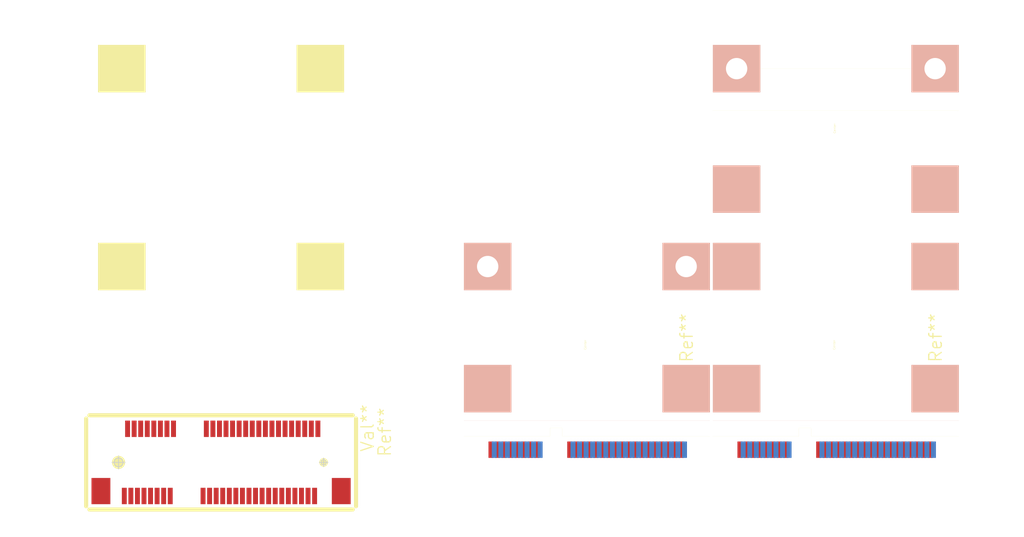
<source format=kicad_pcb>
(kicad_pcb (version 4) (host pcbnew 4.0.7)

  (general
    (links 0)
    (no_connects 0)
    (area 71.250001 93.524999 198.742859 159.950001)
    (thickness 1.6)
    (drawings 25)
    (tracks 0)
    (zones 0)
    (modules 3)
    (nets 1)
  )

  (page A4)
  (layers
    (0 F.Cu signal)
    (31 B.Cu signal)
    (32 B.Adhes user)
    (33 F.Adhes user)
    (34 B.Paste user)
    (35 F.Paste user)
    (36 B.SilkS user)
    (37 F.SilkS user)
    (38 B.Mask user)
    (39 F.Mask user)
    (40 Dwgs.User user)
    (41 Cmts.User user)
    (42 Eco1.User user)
    (43 Eco2.User user)
    (44 Edge.Cuts user)
    (45 Margin user)
    (46 B.CrtYd user)
    (47 F.CrtYd user)
    (48 B.Fab user)
    (49 F.Fab user)
  )

  (setup
    (last_trace_width 0.01)
    (trace_clearance 0.1)
    (zone_clearance 0.5)
    (zone_45_only no)
    (trace_min 0.01)
    (segment_width 0.05)
    (edge_width 0.1)
    (via_size 0.8)
    (via_drill 0.6)
    (via_min_size 0.8)
    (via_min_drill 0.6)
    (uvia_size 0.5)
    (uvia_drill 0.125)
    (uvias_allowed no)
    (uvia_min_size 0.5)
    (uvia_min_drill 0.125)
    (pcb_text_width 0.3)
    (pcb_text_size 1.5 1.5)
    (mod_edge_width 0.05)
    (mod_text_size 1 1)
    (mod_text_width 0.15)
    (pad_size 5.8 5.8)
    (pad_drill 0)
    (pad_to_mask_clearance 0)
    (aux_axis_origin 86.2 149.95)
    (grid_origin 86.2 149.95)
    (visible_elements 7FFFFFFF)
    (pcbplotparams
      (layerselection 0x00030_80000001)
      (usegerberextensions false)
      (excludeedgelayer true)
      (linewidth 0.100000)
      (plotframeref false)
      (viasonmask false)
      (mode 1)
      (useauxorigin false)
      (hpglpennumber 1)
      (hpglpenspeed 20)
      (hpglpendiameter 15)
      (hpglpenoverlay 2)
      (psnegative false)
      (psa4output false)
      (plotreference true)
      (plotvalue true)
      (plotinvisibletext false)
      (padsonsilk false)
      (subtractmaskfromsilk false)
      (outputformat 1)
      (mirror false)
      (drillshape 1)
      (scaleselection 1)
      (outputdirectory ""))
  )

  (net 0 "")

  (net_class Default "This is the default net class."
    (clearance 0.1)
    (trace_width 0.01)
    (via_dia 0.8)
    (via_drill 0.6)
    (uvia_dia 0.5)
    (uvia_drill 0.125)
  )

  (module mpcie:mpcie-half-card (layer F.Cu) (tedit 5B1FD1AA) (tstamp 541E5AB9)
    (at 158.3 123.15)
    (fp_text reference Ref** (at -2.85 11.6 90) (layer F.SilkS)
      (effects (font (thickness 0.15)))
    )
    (fp_text value Val** (at -0.9 11.55 90) (layer F.SilkS) hide
      (effects (font (thickness 0.15)))
    )
    (fp_line (start -30 21.7) (end 0 21.7) (layer B.SilkS) (width 0.01))
    (fp_line (start -18 22.65) (end -18 23.6) (layer F.SilkS) (width 0.01))
    (fp_line (start -18 23.6) (end 0 23.6) (layer F.SilkS) (width 0.01))
    (fp_line (start -19.5 23.6) (end -19.5 22.6) (layer F.SilkS) (width 0.01))
    (fp_line (start -19.5 22.6) (end -18 22.6) (layer F.SilkS) (width 0.01))
    (fp_line (start 0 23.6) (end -1.35 23.6) (layer Eco2.User) (width 0.01))
    (fp_arc (start -1.35 24.4) (end -2.15 24.4) (angle 90) (layer B.CrtYd) (width 0.01))
    (fp_line (start -28.65 23.6) (end -30 23.6) (layer B.CrtYd) (width 0.01))
    (fp_arc (start -28.65 24.4) (end -28.65 23.6) (angle 90) (layer B.CrtYd) (width 0.01))
    (fp_line (start -27.85 26.8) (end -27.85 24.4) (layer B.CrtYd) (width 0.01))
    (fp_line (start -2.15 26.8) (end -2.15 24.4) (layer B.CrtYd) (width 0.01))
    (fp_line (start -30 23.6) (end -19.5 23.6) (layer F.SilkS) (width 0.01))
    (fp_text user Center (at -15.2 12.45 90) (layer F.SilkS)
      (effects (font (size 0.25 0.25) (thickness 0.025)))
    )
    (fp_line (start -18 26.8) (end -2.15 26.8) (layer B.CrtYd) (width 0.01))
    (fp_line (start -30 0) (end -30 23.6) (layer B.CrtYd) (width 0.01))
    (fp_line (start 0 0) (end -30 0) (layer B.CrtYd) (width 0.01))
    (fp_line (start 0 23.6) (end 0 0) (layer B.CrtYd) (width 0.01))
    (fp_line (start -15 26.8) (end -15 0) (layer Eco1.User) (width 0.01))
    (fp_line (start -18.75 22.3) (end -18.75 26.65) (layer Eco1.User) (width 0.01))
    (fp_arc (start -18.75 23.55) (end -19.5 23.55) (angle 180) (layer F.Fab) (width 0.01))
    (fp_line (start -19.5 26.8) (end -19.5 23.55) (layer B.CrtYd) (width 0.01))
    (fp_line (start -18 26.8) (end -18 23.55) (layer B.CrtYd) (width 0.01))
    (fp_line (start -19.5 26.8) (end -27.85 26.8) (layer B.CrtYd) (width 0.01))
    (pad 1 smd rect (at -26.7 25.25) (size 0.6 2) (layers F.Cu F.Mask))
    (pad 2 smd rect (at -26.3 25.25) (size 0.6 2) (layers B.Cu B.Mask))
    (pad 3 smd rect (at -25.9 25.25) (size 0.6 2) (layers F.Cu F.Mask))
    (pad 4 smd rect (at -25.5 25.25) (size 0.6 2) (layers B.Cu B.Mask))
    (pad 5 smd rect (at -25.1 25.25) (size 0.6 2) (layers F.Cu F.Mask))
    (pad 6 smd rect (at -24.7 25.25) (size 0.6 2) (layers B.Cu B.Mask))
    (pad 7 smd rect (at -24.3 25.25) (size 0.6 2) (layers F.Cu F.Mask))
    (pad 8 smd rect (at -23.9 25.25) (size 0.6 2) (layers B.Cu B.Mask))
    (pad 9 smd rect (at -23.5 25.25) (size 0.6 2) (layers F.Cu F.Mask))
    (pad 10 smd rect (at -23.1 25.25) (size 0.6 2) (layers B.Cu B.Mask))
    (pad 11 smd rect (at -22.7 25.25) (size 0.6 2) (layers F.Cu F.Mask))
    (pad 12 smd rect (at -22.3 25.25) (size 0.6 2) (layers B.Cu B.Mask))
    (pad 13 smd rect (at -21.9 25.25) (size 0.6 2) (layers F.Cu F.Mask))
    (pad 14 smd rect (at -21.5 25.25) (size 0.6 2) (layers B.Cu B.Mask))
    (pad 15 smd rect (at -21.1 25.25) (size 0.6 2) (layers F.Cu F.Mask))
    (pad 16 smd rect (at -20.7 25.25) (size 0.6 2) (layers B.Cu B.Mask))
    (pad 17 smd rect (at -17.1 25.25) (size 0.6 2) (layers F.Cu F.Mask))
    (pad 18 smd rect (at -16.7 25.25) (size 0.6 2) (layers B.Cu B.Mask))
    (pad 19 smd rect (at -16.3 25.25) (size 0.6 2) (layers F.Cu F.Mask))
    (pad 20 smd rect (at -15.9 25.25) (size 0.6 2) (layers B.Cu B.Mask))
    (pad 21 smd rect (at -15.5 25.25) (size 0.6 2) (layers F.Cu F.Mask))
    (pad 22 smd rect (at -15.1 25.25) (size 0.6 2) (layers B.Cu B.Mask))
    (pad 23 smd rect (at -14.7 25.25) (size 0.6 2) (layers F.Cu F.Mask))
    (pad 24 smd rect (at -14.3 25.25) (size 0.6 2) (layers B.Cu B.Mask))
    (pad 25 smd rect (at -13.9 25.25) (size 0.6 2) (layers F.Cu F.Mask))
    (pad 26 smd rect (at -13.5 25.25) (size 0.6 2) (layers B.Cu B.Mask))
    (pad 27 smd rect (at -13.1 25.25) (size 0.6 2) (layers F.Cu F.Mask))
    (pad 28 smd rect (at -12.7 25.25) (size 0.6 2) (layers B.Cu B.Mask))
    (pad 29 smd rect (at -12.3 25.25) (size 0.6 2) (layers F.Cu F.Mask))
    (pad 30 smd rect (at -11.9 25.25) (size 0.6 2) (layers B.Cu B.Mask))
    (pad 31 smd rect (at -11.5 25.25) (size 0.6 2) (layers F.Cu F.Mask))
    (pad 32 smd rect (at -11.1 25.25) (size 0.6 2) (layers B.Cu B.Mask))
    (pad 33 smd rect (at -10.7 25.25) (size 0.6 2) (layers F.Cu F.Mask))
    (pad 34 smd rect (at -10.3 25.25) (size 0.6 2) (layers B.Cu B.Mask))
    (pad 35 smd rect (at -9.9 25.25) (size 0.6 2) (layers F.Cu F.Mask))
    (pad 36 smd rect (at -9.5 25.25) (size 0.6 2) (layers B.Cu B.Mask))
    (pad 37 smd rect (at -9.1 25.25) (size 0.6 2) (layers F.Cu F.Mask))
    (pad 38 smd rect (at -8.7 25.25) (size 0.6 2) (layers B.Cu B.Mask))
    (pad 39 smd rect (at -8.3 25.25) (size 0.6 2) (layers F.Cu F.Mask))
    (pad 40 smd rect (at -7.9 25.25) (size 0.6 2) (layers B.Cu B.Mask))
    (pad 41 smd rect (at -7.5 25.25) (size 0.6 2) (layers F.Cu F.Mask))
    (pad 42 smd rect (at -7.1 25.25) (size 0.6 2) (layers B.Cu B.Mask))
    (pad 43 smd rect (at -6.7 25.25) (size 0.6 2) (layers F.Cu F.Mask))
    (pad 44 smd rect (at -6.3 25.25) (size 0.6 2) (layers B.Cu B.Mask))
    (pad 45 smd rect (at -5.9 25.25) (size 0.6 2) (layers F.Cu F.Mask))
    (pad 46 smd rect (at -5.5 25.25) (size 0.6 2) (layers B.Cu B.Mask))
    (pad 47 smd rect (at -5.1 25.25) (size 0.6 2) (layers F.Cu F.Mask))
    (pad 48 smd rect (at -4.7 25.25) (size 0.6 2) (layers B.Cu B.Mask))
    (pad 49 smd rect (at -4.3 25.25) (size 0.6 2) (layers F.Cu F.Mask))
    (pad 50 smd rect (at -3.9 25.25) (size 0.6 2) (layers B.Cu B.Mask))
    (pad 51 smd rect (at -3.5 25.25) (size 0.6 2) (layers F.Cu F.Mask))
    (pad 52 smd rect (at -3.1 25.25) (size 0.6 2) (layers B.Cu B.Mask))
    (pad "" connect rect (at -2.9 2.9) (size 5.8 5.8) (layers B.SilkS))
    (pad "" np_thru_hole circle (at -27.1 2.9) (size 2.6 2.6) (drill 2.6) (layers *.Cu *.Mask F.SilkS))
    (pad "" connect rect (at -2.9 17.8) (size 5.8 5.8) (layers B.SilkS))
    (pad "" connect rect (at -27.1 17.8) (size 5.8 5.8) (layers B.SilkS))
    (pad "" connect rect (at -27.1 2.9) (size 5.8 5.8) (layers B.SilkS))
    (pad "" np_thru_hole circle (at -2.9 2.9) (size 2.6 2.6) (drill 2.6) (layers *.Cu *.Mask F.SilkS))
  )

  (module mpcie:mpcie-full-card (layer F.Cu) (tedit 5B1FD074) (tstamp 541E6F42)
    (at 173.65 149.95)
    (fp_text reference Ref** (at 12.15 -15.2 90) (layer F.SilkS)
      (effects (font (thickness 0.15)))
    )
    (fp_text value Val** (at 14.1 -15.25 90) (layer F.SilkS) hide
      (effects (font (thickness 0.15)))
    )
    (fp_line (start 15 -48.05) (end -15 -48.05) (layer F.SilkS) (width 0.01))
    (fp_text user "IO Connector Region" (at 0.55 -45.65) (layer F.SilkS) hide
      (effects (font (size 1 1) (thickness 0.15)))
    )
    (fp_line (start 15 -42.95) (end -15 -42.95) (layer F.SilkS) (width 0.01))
    (fp_text user Center (at -0.15 -40.75 90) (layer F.SilkS)
      (effects (font (size 0.25 0.25) (thickness 0.025)))
    )
    (fp_line (start -15 -5.1) (end 15 -5.1) (layer B.SilkS) (width 0.01))
    (fp_line (start -3 -4.15) (end -3 -3.2) (layer F.SilkS) (width 0.01))
    (fp_line (start -3 -3.2) (end 15 -3.2) (layer F.SilkS) (width 0.01))
    (fp_line (start -4.5 -3.2) (end -4.5 -4.2) (layer F.SilkS) (width 0.01))
    (fp_line (start -4.5 -4.2) (end -3 -4.2) (layer F.SilkS) (width 0.01))
    (fp_line (start 15 -3.2) (end 13.65 -3.2) (layer Eco2.User) (width 0.01))
    (fp_arc (start 13.65 -2.4) (end 12.85 -2.4) (angle 90) (layer B.CrtYd) (width 0.01))
    (fp_line (start -13.65 -3.2) (end -15 -3.2) (layer B.CrtYd) (width 0.01))
    (fp_arc (start -13.65 -2.4) (end -13.65 -3.2) (angle 90) (layer B.CrtYd) (width 0.01))
    (fp_line (start -12.85 0) (end -12.85 -2.4) (layer B.CrtYd) (width 0.01))
    (fp_line (start 12.85 0) (end 12.85 -2.4) (layer B.CrtYd) (width 0.01))
    (fp_line (start -15 -3.2) (end -4.5 -3.2) (layer F.SilkS) (width 0.01))
    (fp_text user Center (at -0.2 -14.35 90) (layer F.SilkS)
      (effects (font (size 0.25 0.25) (thickness 0.025)))
    )
    (fp_line (start -3 0) (end 12.85 0) (layer B.CrtYd) (width 0.01))
    (fp_line (start -15 -50.95) (end -15 -3.2) (layer B.CrtYd) (width 0.01))
    (fp_line (start 15 -50.95) (end -15 -50.95) (layer B.CrtYd) (width 0.01))
    (fp_line (start 15 -3.2) (end 15 -50.95) (layer B.CrtYd) (width 0.01))
    (fp_line (start 0 0) (end 0 -50.95) (layer Eco1.User) (width 0.01))
    (fp_line (start -3.75 -4.5) (end -3.75 -0.15) (layer Eco1.User) (width 0.01))
    (fp_arc (start -3.75 -3.25) (end -4.5 -3.25) (angle 180) (layer F.Fab) (width 0.01))
    (fp_line (start -4.5 0) (end -4.5 -3.25) (layer B.CrtYd) (width 0.01))
    (fp_line (start -3 0) (end -3 -3.25) (layer B.CrtYd) (width 0.01))
    (fp_line (start -4.5 0) (end -12.85 0) (layer B.CrtYd) (width 0.01))
    (pad 1 smd rect (at -11.7 -1.55) (size 0.6 2) (layers F.Cu F.Mask))
    (pad 2 smd rect (at -11.3 -1.55) (size 0.6 2) (layers B.Cu B.Mask))
    (pad 3 smd rect (at -10.9 -1.55) (size 0.6 2) (layers F.Cu F.Mask))
    (pad 4 smd rect (at -10.5 -1.55) (size 0.6 2) (layers B.Cu B.Mask))
    (pad 5 smd rect (at -10.1 -1.55) (size 0.6 2) (layers F.Cu F.Mask))
    (pad 6 smd rect (at -9.7 -1.55) (size 0.6 2) (layers B.Cu B.Mask))
    (pad 7 smd rect (at -9.3 -1.55) (size 0.6 2) (layers F.Cu F.Mask))
    (pad 8 smd rect (at -8.9 -1.55) (size 0.6 2) (layers B.Cu B.Mask))
    (pad 9 smd rect (at -8.5 -1.55) (size 0.6 2) (layers F.Cu F.Mask))
    (pad 10 smd rect (at -8.1 -1.55) (size 0.6 2) (layers B.Cu B.Mask))
    (pad 11 smd rect (at -7.7 -1.55) (size 0.6 2) (layers F.Cu F.Mask))
    (pad 12 smd rect (at -7.3 -1.55) (size 0.6 2) (layers B.Cu B.Mask))
    (pad 13 smd rect (at -6.9 -1.55) (size 0.6 2) (layers F.Cu F.Mask))
    (pad 14 smd rect (at -6.5 -1.55) (size 0.6 2) (layers B.Cu B.Mask))
    (pad 15 smd rect (at -6.1 -1.55) (size 0.6 2) (layers F.Cu F.Mask))
    (pad 16 smd rect (at -5.7 -1.55) (size 0.6 2) (layers B.Cu B.Mask))
    (pad 17 smd rect (at -2.1 -1.55) (size 0.6 2) (layers F.Cu F.Mask))
    (pad 18 smd rect (at -1.7 -1.55) (size 0.6 2) (layers B.Cu B.Mask))
    (pad 19 smd rect (at -1.3 -1.55) (size 0.6 2) (layers F.Cu F.Mask))
    (pad 20 smd rect (at -0.9 -1.55) (size 0.6 2) (layers B.Cu B.Mask))
    (pad 21 smd rect (at -0.5 -1.55) (size 0.6 2) (layers F.Cu F.Mask))
    (pad 22 smd rect (at -0.1 -1.55) (size 0.6 2) (layers B.Cu B.Mask))
    (pad 23 smd rect (at 0.3 -1.55) (size 0.6 2) (layers F.Cu F.Mask))
    (pad 24 smd rect (at 0.7 -1.55) (size 0.6 2) (layers B.Cu B.Mask))
    (pad 25 smd rect (at 1.1 -1.55) (size 0.6 2) (layers F.Cu F.Mask))
    (pad 26 smd rect (at 1.5 -1.55) (size 0.6 2) (layers B.Cu B.Mask))
    (pad 27 smd rect (at 1.9 -1.55) (size 0.6 2) (layers F.Cu F.Mask))
    (pad 28 smd rect (at 2.3 -1.55) (size 0.6 2) (layers B.Cu B.Mask))
    (pad 29 smd rect (at 2.7 -1.55) (size 0.6 2) (layers F.Cu F.Mask))
    (pad 30 smd rect (at 3.1 -1.55) (size 0.6 2) (layers B.Cu B.Mask))
    (pad 31 smd rect (at 3.5 -1.55) (size 0.6 2) (layers F.Cu F.Mask))
    (pad 32 smd rect (at 3.9 -1.55) (size 0.6 2) (layers B.Cu B.Mask))
    (pad 33 smd rect (at 4.3 -1.55) (size 0.6 2) (layers F.Cu F.Mask))
    (pad 34 smd rect (at 4.7 -1.55) (size 0.6 2) (layers B.Cu B.Mask))
    (pad 35 smd rect (at 5.1 -1.55) (size 0.6 2) (layers F.Cu F.Mask))
    (pad 36 smd rect (at 5.5 -1.55) (size 0.6 2) (layers B.Cu B.Mask))
    (pad 37 smd rect (at 5.9 -1.55) (size 0.6 2) (layers F.Cu F.Mask))
    (pad 38 smd rect (at 6.3 -1.55) (size 0.6 2) (layers B.Cu B.Mask))
    (pad 39 smd rect (at 6.7 -1.55) (size 0.6 2) (layers F.Cu F.Mask))
    (pad 40 smd rect (at 7.1 -1.55) (size 0.6 2) (layers B.Cu B.Mask))
    (pad 41 smd rect (at 7.5 -1.55) (size 0.6 2) (layers F.Cu F.Mask))
    (pad 42 smd rect (at 7.9 -1.55) (size 0.6 2) (layers B.Cu B.Mask))
    (pad 43 smd rect (at 8.3 -1.55) (size 0.6 2) (layers F.Cu F.Mask))
    (pad 44 smd rect (at 8.7 -1.55) (size 0.6 2) (layers B.Cu B.Mask))
    (pad 45 smd rect (at 9.1 -1.55) (size 0.6 2) (layers F.Cu F.Mask))
    (pad 46 smd rect (at 9.5 -1.55) (size 0.6 2) (layers B.Cu B.Mask))
    (pad 47 smd rect (at 9.9 -1.55) (size 0.6 2) (layers F.Cu F.Mask))
    (pad 48 smd rect (at 10.3 -1.55) (size 0.6 2) (layers B.Cu B.Mask))
    (pad 49 smd rect (at 10.7 -1.55) (size 0.6 2) (layers F.Cu F.Mask))
    (pad 50 smd rect (at 11.1 -1.55) (size 0.6 2) (layers B.Cu B.Mask))
    (pad 51 smd rect (at 11.5 -1.55) (size 0.6 2) (layers F.Cu F.Mask))
    (pad 52 smd rect (at 11.9 -1.55) (size 0.6 2) (layers B.Cu B.Mask))
    (pad "" connect rect (at 12.1 -23.9) (size 5.8 5.8) (layers B.SilkS))
    (pad "" np_thru_hole circle (at -12.1 -48.05) (size 2.6 2.6) (drill 2.6) (layers *.Cu *.Mask F.SilkS))
    (pad "" connect rect (at 12.1 -9) (size 5.8 5.8) (layers B.SilkS))
    (pad "" connect rect (at -12.1 -9) (size 5.8 5.8) (layers B.SilkS))
    (pad "" connect rect (at -12.1 -23.9) (size 5.8 5.8) (layers B.SilkS))
    (pad "" np_thru_hole circle (at 12.1 -48.05) (size 2.6 2.6) (drill 2.6) (layers *.Cu *.Mask F.SilkS))
    (pad "" connect rect (at -12.1 -48.05) (size 5.8 5.8) (layers B.SilkS))
    (pad "" connect rect (at 12.1 -48.05) (size 5.8 5.8) (layers B.SilkS))
    (pad "" connect rect (at -12.1 -33.35) (size 5.8 5.8) (layers B.SilkS))
    (pad "" connect rect (at 12.1 -33.35) (size 5.8 5.8) (layers B.SilkS))
  )

  (module mpcie:mpcie-socket (layer F.Cu) (tedit 541E66D0) (tstamp 541E749C)
    (at 86.2 149.95)
    (tags "mpci, pci, pci express")
    (fp_text reference Ref** (at 32.45 -3.7 90) (layer F.SilkS)
      (effects (font (thickness 0.15)))
    )
    (fp_text value Val** (at 30.35 -4.2 90) (layer F.SilkS)
      (effects (font (thickness 0.15)))
    )
    (fp_line (start -2.5 -50.95) (end 3.3 -50.95) (layer Dwgs.User) (width 0.05))
    (fp_line (start 3.3 -50.95) (end 3.3 -45.15) (layer Dwgs.User) (width 0.05))
    (fp_line (start -2.5 -45.15) (end 3.3 -45.15) (layer Dwgs.User) (width 0.05))
    (fp_line (start -2.5 -50.95) (end -2.5 -45.15) (layer Dwgs.User) (width 0.05))
    (fp_line (start 21.7 -50.95) (end 21.7 -45.15) (layer Dwgs.User) (width 0.05))
    (fp_line (start 21.7 -45.15) (end 27.5 -45.15) (layer Dwgs.User) (width 0.05))
    (fp_line (start 27.5 -50.95) (end 27.5 -45.15) (layer Dwgs.User) (width 0.05))
    (fp_line (start 21.7 -50.95) (end 27.5 -50.95) (layer Dwgs.User) (width 0.05))
    (fp_line (start 3.3 -22.7) (end 3.3 -26.8) (layer Dwgs.User) (width 0.05))
    (fp_line (start -2.5 -21) (end 1.6 -21) (layer Dwgs.User) (width 0.05))
    (fp_line (start -2.5 -26.8) (end -2.5 -21) (layer Dwgs.User) (width 0.05))
    (fp_line (start 3.3 -26.8) (end -2.5 -26.8) (layer Dwgs.User) (width 0.05))
    (fp_line (start 3.3 -22.7) (end 1.6 -21) (layer Dwgs.User) (width 0.05))
    (fp_line (start 21.7 -22.7) (end 23.4 -21) (layer Dwgs.User) (width 0.05))
    (fp_line (start -3.55 5.75) (end 28.55 5.75) (layer F.SilkS) (width 0.5))
    (fp_line (start 28.95 5.35) (end 28.95 -5.35) (layer F.SilkS) (width 0.5))
    (fp_line (start 28.55 -5.75) (end -3.55 -5.75) (layer F.SilkS) (width 0.5))
    (fp_line (start -3.95 -5.35) (end -3.95 5.35) (layer F.SilkS) (width 0.5))
    (fp_line (start 8.65 4.1) (end 8.65 -4.1) (layer Dwgs.User) (width 0.01))
    (fp_line (start 21.7 -26.8) (end 27.5 -26.8) (layer Dwgs.User) (width 0.05))
    (fp_line (start 27.5 -26.8) (end 27.5 -21) (layer Dwgs.User) (width 0.05))
    (fp_line (start 27.5 -21) (end 23.4 -21) (layer Dwgs.User) (width 0.05))
    (fp_line (start 21.7 -22.7) (end 21.7 -26.8) (layer Dwgs.User) (width 0.05))
    (fp_line (start 0 -50.95) (end 0 5.1) (layer Dwgs.User) (width 0.01))
    (fp_line (start -3.3 0) (end 28.225 0) (layer Dwgs.User) (width 0.01))
    (pad "" connect circle (at 25 0) (size 1.05 1.05) (layers F.SilkS Dwgs.User))
    (pad "" connect circle (at 0 0) (size 1.6 1.6) (layers F.SilkS Dwgs.User))
    (pad "" smd rect (at -2.15 3.5) (size 2.3 3.2) (layers F.Cu F.Paste F.Mask))
    (pad "" smd rect (at 27.15 3.5) (size 2.3 3.2) (layers F.Cu F.Paste F.Mask))
    (pad "" connect rect (at 0.4 -23.9) (size 5.8 5.8) (layers F.SilkS))
    (pad "" connect rect (at 0.4 -48.05) (size 5.8 5.8) (layers F.SilkS))
    (pad "" connect rect (at 24.6 -48.05) (size 5.8 5.8) (layers F.SilkS))
    (pad "" connect rect (at 24.6 -23.9) (size 5.8 5.8) (layers F.SilkS))
    (pad 1 smd rect (at 0.7 4.1) (size 0.6 2) (layers F.Cu F.Paste F.Mask))
    (pad 2 smd rect (at 1.1 -4.1) (size 0.6 2) (layers F.Cu F.Paste F.Mask))
    (pad 3 smd rect (at 1.5 4.1) (size 0.6 2) (layers F.Cu F.Paste F.Mask))
    (pad 4 smd rect (at 1.9 -4.1) (size 0.6 2) (layers F.Cu F.Paste F.Mask))
    (pad 5 smd rect (at 2.3 4.1) (size 0.6 2) (layers F.Cu F.Paste F.Mask))
    (pad 6 smd rect (at 2.7 -4.1) (size 0.6 2) (layers F.Cu F.Paste F.Mask))
    (pad 7 smd rect (at 3.1 4.1) (size 0.6 2) (layers F.Cu F.Paste F.Mask))
    (pad 8 smd rect (at 3.5 -4.1) (size 0.6 2) (layers F.Cu F.Paste F.Mask))
    (pad 9 smd rect (at 3.9 4.1) (size 0.6 2) (layers F.Cu F.Paste F.Mask))
    (pad 10 smd rect (at 4.3 -4.1) (size 0.6 2) (layers F.Cu F.Paste F.Mask))
    (pad 11 smd rect (at 4.7 4.1) (size 0.6 2) (layers F.Cu F.Paste F.Mask))
    (pad 12 smd rect (at 5.1 -4.1) (size 0.6 2) (layers F.Cu F.Paste F.Mask))
    (pad 13 smd rect (at 5.5 4.1) (size 0.6 2) (layers F.Cu F.Paste F.Mask))
    (pad 14 smd rect (at 5.9 -4.1) (size 0.6 2) (layers F.Cu F.Paste F.Mask))
    (pad 15 smd rect (at 6.3 4.1) (size 0.6 2) (layers F.Cu F.Paste F.Mask))
    (pad 16 smd rect (at 6.7 -4.1) (size 0.6 2) (layers F.Cu F.Paste F.Mask))
    (pad 17 smd rect (at 10.3 4.1) (size 0.6 2) (layers F.Cu F.Paste F.Mask))
    (pad 18 smd rect (at 10.7 -4.1) (size 0.6 2) (layers F.Cu F.Paste F.Mask))
    (pad 19 smd rect (at 11.1 4.1) (size 0.6 2) (layers F.Cu F.Paste F.Mask))
    (pad 20 smd rect (at 11.5 -4.1) (size 0.6 2) (layers F.Cu F.Paste F.Mask))
    (pad 21 smd rect (at 11.9 4.1) (size 0.6 2) (layers F.Cu F.Paste F.Mask))
    (pad 22 smd rect (at 12.3 -4.1) (size 0.6 2) (layers F.Cu F.Paste F.Mask))
    (pad 23 smd rect (at 12.7 4.1) (size 0.6 2) (layers F.Cu F.Paste F.Mask))
    (pad 24 smd rect (at 13.1 -4.1) (size 0.6 2) (layers F.Cu F.Paste F.Mask))
    (pad 25 smd rect (at 13.5 4.1) (size 0.6 2) (layers F.Cu F.Paste F.Mask))
    (pad 26 smd rect (at 13.9 -4.1) (size 0.6 2) (layers F.Cu F.Paste F.Mask))
    (pad 27 smd rect (at 14.3 4.1) (size 0.6 2) (layers F.Cu F.Paste F.Mask))
    (pad 28 smd rect (at 14.7 -4.1) (size 0.6 2) (layers F.Cu F.Paste F.Mask))
    (pad 29 smd rect (at 15.1 4.1) (size 0.6 2) (layers F.Cu F.Paste F.Mask))
    (pad 30 smd rect (at 15.5 -4.1) (size 0.6 2) (layers F.Cu F.Paste F.Mask))
    (pad 31 smd rect (at 15.9 4.1) (size 0.6 2) (layers F.Cu F.Paste F.Mask))
    (pad 32 smd rect (at 16.3 -4.1) (size 0.6 2) (layers F.Cu F.Paste F.Mask))
    (pad 33 smd rect (at 16.7 4.1) (size 0.6 2) (layers F.Cu F.Paste F.Mask))
    (pad 34 smd rect (at 17.1 -4.1) (size 0.6 2) (layers F.Cu F.Paste F.Mask))
    (pad 35 smd rect (at 17.5 4.1) (size 0.6 2) (layers F.Cu F.Paste F.Mask))
    (pad 36 smd rect (at 17.9 -4.1) (size 0.6 2) (layers F.Cu F.Paste F.Mask))
    (pad 37 smd rect (at 18.3 4.1) (size 0.6 2) (layers F.Cu F.Paste F.Mask))
    (pad 38 smd rect (at 18.7 -4.1) (size 0.6 2) (layers F.Cu F.Paste F.Mask))
    (pad 39 smd rect (at 19.1 4.1) (size 0.6 2) (layers F.Cu F.Paste F.Mask))
    (pad 40 smd rect (at 19.5 -4.1) (size 0.6 2) (layers F.Cu F.Paste F.Mask))
    (pad 41 smd rect (at 19.9 4.1) (size 0.6 2) (layers F.Cu F.Paste F.Mask))
    (pad 42 smd rect (at 20.3 -4.1) (size 0.6 2) (layers F.Cu F.Paste F.Mask))
    (pad 43 smd rect (at 20.7 4.1) (size 0.6 2) (layers F.Cu F.Paste F.Mask))
    (pad 44 smd rect (at 21.1 -4.1) (size 0.6 2) (layers F.Cu F.Paste F.Mask))
    (pad 45 smd rect (at 21.5 4.1) (size 0.6 2) (layers F.Cu F.Paste F.Mask))
    (pad 46 smd rect (at 21.9 -4.1) (size 0.6 2) (layers F.Cu F.Paste F.Mask))
    (pad 47 smd rect (at 22.3 4.1) (size 0.6 2) (layers F.Cu F.Paste F.Mask))
    (pad 48 smd rect (at 22.7 -4.1) (size 0.6 2) (layers F.Cu F.Paste F.Mask))
    (pad 49 smd rect (at 23.1 4.1) (size 0.6 2) (layers F.Cu F.Paste F.Mask))
    (pad 50 smd rect (at 23.5 -4.1) (size 0.6 2) (layers F.Cu F.Paste F.Mask))
    (pad 51 smd rect (at 23.9 4.1) (size 0.6 2) (layers F.Cu F.Paste F.Mask))
    (pad 52 smd rect (at 24.3 -4.1) (size 0.6 2) (layers F.Cu F.Paste F.Mask))
  )

  (dimension 0.55 (width 0) (layer Dwgs.User)
    (gr_text "0.550 mm" (at 131.5 150.4 270) (layer Dwgs.User)
      (effects (font (size 0.25 0.25)))
    )
    (feature1 (pts (xy 132.7 149.95) (xy 129.500001 149.95)))
    (feature2 (pts (xy 132.7 149.4) (xy 129.500001 149.4)))
    (crossbar (pts (xy 132.200001 149.4) (xy 132.200001 149.95)))
    (arrow1a (pts (xy 132.200001 149.95) (xy 131.61358 148.823496)))
    (arrow1b (pts (xy 132.200001 149.95) (xy 132.786422 148.823496)))
    (arrow2a (pts (xy 132.200001 149.4) (xy 131.61358 150.526504)))
    (arrow2b (pts (xy 132.200001 149.4) (xy 132.786422 150.526504)))
  )
  (dimension 0.6 (width 0) (layer Dwgs.User)
    (gr_text "0.600 mm" (at 107.15 142) (layer Dwgs.User)
      (effects (font (size 0.25 0.25)))
    )
    (feature1 (pts (xy 106 145.45) (xy 106 140.25)))
    (feature2 (pts (xy 105.4 145.45) (xy 105.4 140.25)))
    (crossbar (pts (xy 105.4 142.95) (xy 106 142.95)))
    (arrow1a (pts (xy 106 142.95) (xy 104.873496 143.536421)))
    (arrow1b (pts (xy 106 142.95) (xy 104.873496 142.363579)))
    (arrow2a (pts (xy 105.4 142.95) (xy 106.526504 143.536421)))
    (arrow2b (pts (xy 105.4 142.95) (xy 106.526504 142.363579)))
  )
  (dimension 0.2 (width 0) (layer Dwgs.User)
    (gr_text "0.200 mm" (at 98.45 142.9) (layer Dwgs.User)
      (effects (font (size 0.25 0.25)))
    )
    (feature1 (pts (xy 97.4 145.75) (xy 97.4 140.15)))
    (feature2 (pts (xy 97.2 145.75) (xy 97.2 140.15)))
    (crossbar (pts (xy 97.2 142.85) (xy 97.4 142.85)))
    (arrow1a (pts (xy 97.4 142.85) (xy 96.273496 143.436421)))
    (arrow1b (pts (xy 97.4 142.85) (xy 96.273496 142.263579)))
    (arrow2a (pts (xy 97.2 142.85) (xy 98.326504 143.436421)))
    (arrow2b (pts (xy 97.2 142.85) (xy 98.326504 142.263579)))
  )
  (dimension 5.1 (width 0) (layer Dwgs.User)
    (gr_text "5.100 mm" (at 195.85 146.55 90) (layer Dwgs.User)
      (effects (font (size 0.75 0.75)))
    )
    (feature1 (pts (xy 188.65 144.85) (xy 197.3 144.85)))
    (feature2 (pts (xy 188.65 149.95) (xy 197.3 149.95)))
    (crossbar (pts (xy 194.6 149.95) (xy 194.6 144.85)))
    (arrow1a (pts (xy 194.6 144.85) (xy 195.186421 145.976504)))
    (arrow1b (pts (xy 194.6 144.85) (xy 194.013579 145.976504)))
    (arrow2a (pts (xy 194.6 149.95) (xy 195.186421 148.823496)))
    (arrow2b (pts (xy 194.6 149.95) (xy 194.013579 148.823496)))
  )
  (dimension 3.2 (width 0) (layer Dwgs.User)
    (gr_text "3.200 mm" (at 193 146.45 90) (layer Dwgs.User)
      (effects (font (size 0.75 0.75)))
    )
    (feature1 (pts (xy 188.65 146.75) (xy 194.45 146.75)))
    (feature2 (pts (xy 188.65 149.95) (xy 194.45 149.95)))
    (crossbar (pts (xy 191.75 149.95) (xy 191.75 146.75)))
    (arrow1a (pts (xy 191.75 146.75) (xy 192.336421 147.876504)))
    (arrow1b (pts (xy 191.75 146.75) (xy 191.163579 147.876504)))
    (arrow2a (pts (xy 191.75 149.95) (xy 192.336421 148.823496)))
    (arrow2b (pts (xy 191.75 149.95) (xy 191.163579 148.823496)))
  )
  (dimension 50.95 (width 0.3) (layer Dwgs.User)
    (gr_text "50.950 mm" (at 191.4 124.475 90) (layer Dwgs.User)
      (effects (font (size 1.5 1.5) (thickness 0.3)))
    )
    (feature1 (pts (xy 188.65 99) (xy 192.75 99)))
    (feature2 (pts (xy 188.65 149.95) (xy 192.75 149.95)))
    (crossbar (pts (xy 190.05 149.95) (xy 190.05 99)))
    (arrow1a (pts (xy 190.05 99) (xy 190.636421 100.126504)))
    (arrow1b (pts (xy 190.05 99) (xy 189.463579 100.126504)))
    (arrow2a (pts (xy 190.05 149.95) (xy 190.636421 148.823496)))
    (arrow2b (pts (xy 190.05 149.95) (xy 189.463579 148.823496)))
  )
  (dimension 0.4 (width 0) (layer Dwgs.User)
    (gr_text "0.400 mm" (at 87.7 102.85) (layer Dwgs.User)
      (effects (font (size 0.25 0.25)))
    )
    (feature1 (pts (xy 86.6 102.35) (xy 86.6 105.55)))
    (feature2 (pts (xy 86.2 102.35) (xy 86.2 105.55)))
    (crossbar (pts (xy 86.2 102.85) (xy 86.6 102.85)))
    (arrow1a (pts (xy 86.6 102.85) (xy 85.473496 103.436421)))
    (arrow1b (pts (xy 86.6 102.85) (xy 85.473496 102.263579)))
    (arrow2a (pts (xy 86.2 102.85) (xy 87.326504 103.436421)))
    (arrow2b (pts (xy 86.2 102.85) (xy 87.326504 102.263579)))
  )
  (dimension 5.8 (width 0) (layer Dwgs.User)
    (gr_text "5.800 mm" (at 89.7 95.65) (layer Dwgs.User)
      (effects (font (size 1.5 1.5)))
    )
    (feature1 (pts (xy 83.7 99) (xy 83.7 94.85)))
    (feature2 (pts (xy 89.5 99) (xy 89.5 94.85)))
    (crossbar (pts (xy 89.5 97.55) (xy 83.7 97.55)))
    (arrow1a (pts (xy 83.7 97.55) (xy 84.826504 96.963579)))
    (arrow1b (pts (xy 83.7 97.55) (xy 84.826504 98.136421)))
    (arrow2a (pts (xy 89.5 97.55) (xy 88.373496 96.963579)))
    (arrow2b (pts (xy 89.5 97.55) (xy 88.373496 98.136421)))
  )
  (dimension 3.2 (width 0) (layer Dwgs.User)
    (gr_text "3.200 mm" (at 117.55 154.75 270) (layer Dwgs.User)
      (effects (font (size 0.75 0.75)))
    )
    (feature1 (pts (xy 113.35 155.05) (xy 119.1 155.05)))
    (feature2 (pts (xy 113.35 151.85) (xy 119.1 151.85)))
    (crossbar (pts (xy 116.4 151.85) (xy 116.4 155.05)))
    (arrow1a (pts (xy 116.4 155.05) (xy 115.813579 153.923496)))
    (arrow1b (pts (xy 116.4 155.05) (xy 116.986421 153.923496)))
    (arrow2a (pts (xy 116.4 151.85) (xy 115.813579 152.976504)))
    (arrow2b (pts (xy 116.4 151.85) (xy 116.986421 152.976504)))
  )
  (dimension 3.5 (width 0) (layer Dwgs.User)
    (gr_text "3.500 mm" (at 80.45 149.95 90) (layer Dwgs.User)
      (effects (font (size 0.75 0.75)))
    )
    (feature1 (pts (xy 84.05 149.95) (xy 79.05 149.95)))
    (feature2 (pts (xy 84.05 153.45) (xy 79.05 153.45)))
    (crossbar (pts (xy 81.75 153.45) (xy 81.75 149.95)))
    (arrow1a (pts (xy 81.75 149.95) (xy 82.336421 151.076504)))
    (arrow1b (pts (xy 81.75 149.95) (xy 81.163579 151.076504)))
    (arrow2a (pts (xy 81.75 153.45) (xy 82.336421 152.323496)))
    (arrow2b (pts (xy 81.75 153.45) (xy 81.163579 152.323496)))
  )
  (dimension 30 (width 0.3) (layer Dwgs.User)
    (gr_text "30.000 mm" (at 143.3 153.1) (layer Dwgs.User)
      (effects (font (size 1.5 1.5) (thickness 0.3)))
    )
    (feature1 (pts (xy 158.3 146.75) (xy 158.3 154.45)))
    (feature2 (pts (xy 128.3 146.75) (xy 128.3 154.45)))
    (crossbar (pts (xy 128.3 151.75) (xy 158.3 151.75)))
    (arrow1a (pts (xy 158.3 151.75) (xy 157.173496 152.336421)))
    (arrow1b (pts (xy 158.3 151.75) (xy 157.173496 151.163579)))
    (arrow2a (pts (xy 128.3 151.75) (xy 129.426504 152.336421)))
    (arrow2b (pts (xy 128.3 151.75) (xy 129.426504 151.163579)))
  )
  (dimension 2.3 (width 0) (layer Dwgs.User)
    (gr_text "2.300 mm" (at 113.35 158.6) (layer Dwgs.User)
      (effects (font (size 0.5 0.5)))
    )
    (feature1 (pts (xy 112.2 149.95) (xy 112.2 159.95)))
    (feature2 (pts (xy 114.5 149.95) (xy 114.5 159.95)))
    (crossbar (pts (xy 114.5 157.25) (xy 112.2 157.25)))
    (arrow1a (pts (xy 112.2 157.25) (xy 113.326504 156.663579)))
    (arrow1b (pts (xy 112.2 157.25) (xy 113.326504 157.836421)))
    (arrow2a (pts (xy 114.5 157.25) (xy 113.373496 156.663579)))
    (arrow2b (pts (xy 114.5 157.25) (xy 113.373496 157.836421)))
  )
  (dimension 25 (width 0) (layer Dwgs.User)
    (gr_text "25.000 mm" (at 101.4 148.6) (layer Dwgs.User)
      (effects (font (size 1.5 1.5)))
    )
    (feature1 (pts (xy 111.2 149.95) (xy 111.2 144.8)))
    (feature2 (pts (xy 86.2 149.95) (xy 86.2 144.8)))
    (crossbar (pts (xy 86.2 147.5) (xy 111.2 147.5)))
    (arrow1a (pts (xy 111.2 147.5) (xy 110.073496 148.086421)))
    (arrow1b (pts (xy 111.2 147.5) (xy 110.073496 146.913579)))
    (arrow2a (pts (xy 86.2 147.5) (xy 87.326504 148.086421)))
    (arrow2b (pts (xy 86.2 147.5) (xy 87.326504 146.913579)))
  )
  (gr_line (start 78.2 149.95) (end 122.3 149.95) (angle 90) (layer Eco1.User) (width 0.05))
  (dimension 5.1 (width 0) (layer Dwgs.User) (tstamp 541E70E9)
    (gr_text "5.100 mm" (at 95.1 151.9 270) (layer Dwgs.User) (tstamp 541E70EA)
      (effects (font (size 0.5 0.5)))
    )
    (feature1 (pts (xy 84.05 155.05) (xy 96.9 155.05)))
    (feature2 (pts (xy 84.05 149.95) (xy 96.9 149.95)))
    (crossbar (pts (xy 94.2 149.95) (xy 94.2 155.05)))
    (arrow1a (pts (xy 94.2 155.05) (xy 93.613579 153.923496)))
    (arrow1b (pts (xy 94.2 155.05) (xy 94.786421 153.923496)))
    (arrow2a (pts (xy 94.2 149.95) (xy 93.613579 151.076504)))
    (arrow2b (pts (xy 94.2 149.95) (xy 94.786421 151.076504)))
  )
  (dimension 2.3 (width 0) (layer Dwgs.User)
    (gr_text "2.300 mm" (at 84.05 157.649999) (layer Dwgs.User)
      (effects (font (size 0.25 0.25)))
    )
    (feature1 (pts (xy 82.9 153.45) (xy 82.9 158.999999)))
    (feature2 (pts (xy 85.2 153.45) (xy 85.2 158.999999)))
    (crossbar (pts (xy 85.2 156.299999) (xy 82.9 156.299999)))
    (arrow1a (pts (xy 82.9 156.299999) (xy 84.026504 155.713578)))
    (arrow1b (pts (xy 82.9 156.299999) (xy 84.026504 156.88642)))
    (arrow2a (pts (xy 85.2 156.299999) (xy 84.073496 155.713578)))
    (arrow2b (pts (xy 85.2 156.299999) (xy 84.073496 156.88642)))
  )
  (dimension 5.8 (width 0) (layer Dwgs.User)
    (gr_text "5.800 mm" (at 77.4 101.7 90) (layer Dwgs.User)
      (effects (font (size 0.5 0.5)))
    )
    (feature1 (pts (xy 81.2 99) (xy 75.1 99)))
    (feature2 (pts (xy 81.2 104.8) (xy 75.1 104.8)))
    (crossbar (pts (xy 77.8 104.8) (xy 77.8 99)))
    (arrow1a (pts (xy 77.8 99) (xy 78.386421 100.126504)))
    (arrow1b (pts (xy 77.8 99) (xy 77.213579 100.126504)))
    (arrow2a (pts (xy 77.8 104.8) (xy 78.386421 103.673496)))
    (arrow2b (pts (xy 77.8 104.8) (xy 77.213579 103.673496)))
  )
  (target plus (at 111.2 149.95) (size 1.05) (width 0.1) (layer Edge.Cuts) (tstamp 541D16FF))
  (target plus (at 86.2 149.95) (size 1.6) (width 0.1) (layer Edge.Cuts))
  (dimension 2.15 (width 0) (layer Dwgs.User)
    (gr_text "2.150 mm" (at 85.4 156.95) (layer Dwgs.User)
      (effects (font (size 0.25 0.25)))
    )
    (feature1 (pts (xy 84.05 149.95) (xy 84.05 158.75)))
    (feature2 (pts (xy 86.2 149.95) (xy 86.2 158.75)))
    (crossbar (pts (xy 86.2 156.05) (xy 84.05 156.05)))
    (arrow1a (pts (xy 84.05 156.05) (xy 85.176504 155.463579)))
    (arrow1b (pts (xy 84.05 156.05) (xy 85.176504 156.636421)))
    (arrow2a (pts (xy 86.2 156.05) (xy 85.073496 155.463579)))
    (arrow2b (pts (xy 86.2 156.05) (xy 85.073496 156.636421)))
  )
  (dimension 27.15 (width 0) (layer Dwgs.User)
    (gr_text "27.150 mm" (at 103.55 157.25) (layer Dwgs.User)
      (effects (font (size 1.5 1.5)))
    )
    (feature1 (pts (xy 113.35 149.95) (xy 113.35 158.75)))
    (feature2 (pts (xy 86.2 149.95) (xy 86.2 158.75)))
    (crossbar (pts (xy 86.2 156.05) (xy 113.35 156.05)))
    (arrow1a (pts (xy 113.35 156.05) (xy 112.223496 156.636421)))
    (arrow1b (pts (xy 113.35 156.05) (xy 112.223496 155.463579)))
    (arrow2a (pts (xy 86.2 156.05) (xy 87.326504 156.636421)))
    (arrow2b (pts (xy 86.2 156.05) (xy 87.326504 155.463579)))
  )
  (dimension 23.9 (width 0) (layer Dwgs.User)
    (gr_text "23.900 mm" (at 80.4 138 90) (layer Dwgs.User)
      (effects (font (size 1.5 1.5)))
    )
    (feature1 (pts (xy 86.2 126.05) (xy 79.05 126.05)))
    (feature2 (pts (xy 86.2 149.95) (xy 79.05 149.95)))
    (crossbar (pts (xy 81.75 149.95) (xy 81.75 126.05)))
    (arrow1a (pts (xy 81.75 126.05) (xy 82.336421 127.176504)))
    (arrow1b (pts (xy 81.75 126.05) (xy 81.163579 127.176504)))
    (arrow2a (pts (xy 81.75 149.95) (xy 82.336421 148.823496)))
    (arrow2b (pts (xy 81.75 149.95) (xy 81.163579 148.823496)))
  )
  (gr_line (start 86.2 93.55) (end 86.2 159.05) (angle 90) (layer Eco1.User) (width 0.05) (tstamp 541E7534))
  (dimension 48.05 (width 0) (layer Dwgs.User)
    (gr_text "48.050 mm" (at 77.75 125.925 90) (layer Dwgs.User)
      (effects (font (size 1.5 1.5)))
    )
    (feature1 (pts (xy 81.2 101.9) (xy 76.4 101.9)))
    (feature2 (pts (xy 81.2 149.95) (xy 76.4 149.95)))
    (crossbar (pts (xy 79.1 149.95) (xy 79.1 101.9)))
    (arrow1a (pts (xy 79.1 101.9) (xy 79.686421 103.026504)))
    (arrow1b (pts (xy 79.1 101.9) (xy 78.513579 103.026504)))
    (arrow2a (pts (xy 79.1 149.95) (xy 79.686421 148.823496)))
    (arrow2b (pts (xy 79.1 149.95) (xy 78.513579 148.823496)))
  )
  (dimension 24.6 (width 0) (layer Dwgs.User)
    (gr_text "24.600 mm" (at 98.5 98.35) (layer Dwgs.User)
      (effects (font (size 1.5 1.5)))
    )
    (feature1 (pts (xy 110.8 101.9) (xy 110.8 97)))
    (feature2 (pts (xy 86.2 101.9) (xy 86.2 97)))
    (crossbar (pts (xy 86.2 99.7) (xy 110.8 99.7)))
    (arrow1a (pts (xy 110.8 99.7) (xy 109.673496 100.286421)))
    (arrow1b (pts (xy 110.8 99.7) (xy 109.673496 99.113579)))
    (arrow2a (pts (xy 86.2 99.7) (xy 87.326504 100.286421)))
    (arrow2b (pts (xy 86.2 99.7) (xy 87.326504 99.113579)))
  )

)

</source>
